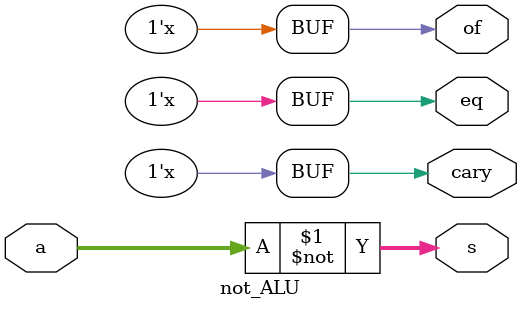
<source format=v>
`timescale 1ns / 1ps


module not_ALU(
    input  [31:0] a,
    output [31:0] s,
    output of,
    output cary,
    output eq
    );
    
    assign of = 1'bZ;
    assign cary = 1'bZ;
    assign eq = 1'bZ;
    
    assign s = ~a;
    
endmodule

</source>
